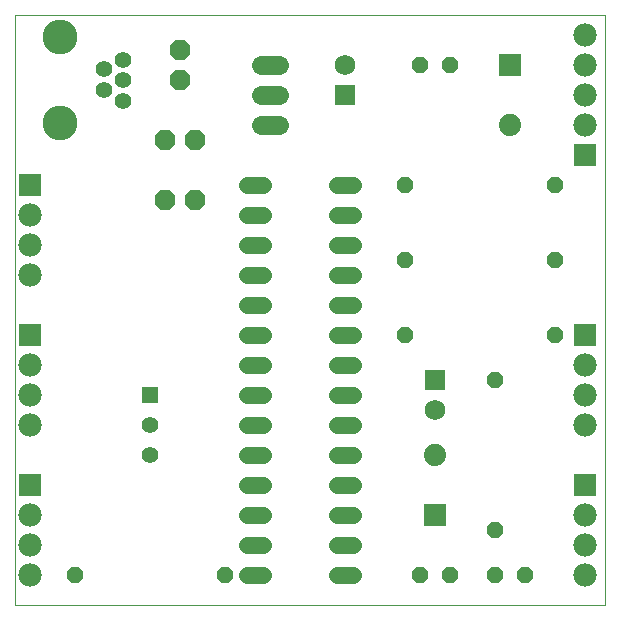
<source format=gbs>
G75*
G70*
%OFA0B0*%
%FSLAX24Y24*%
%IPPOS*%
%LPD*%
%AMOC8*
5,1,8,0,0,1.08239X$1,22.5*
%
%ADD10C,0.0000*%
%ADD11C,0.0560*%
%ADD12OC8,0.0560*%
%ADD13R,0.0780X0.0780*%
%ADD14C,0.0780*%
%ADD15R,0.0690X0.0690*%
%ADD16C,0.0690*%
%ADD17C,0.0555*%
%ADD18C,0.1162*%
%ADD19C,0.0640*%
%ADD20OC8,0.0670*%
%ADD21R,0.0555X0.0555*%
%ADD22R,0.0740X0.0740*%
%ADD23C,0.0740*%
D10*
X000181Y000181D02*
X000181Y019866D01*
X019866Y019866D01*
X019866Y000181D01*
X000181Y000181D01*
D11*
X007921Y001181D02*
X008441Y001181D01*
X008441Y002181D02*
X007921Y002181D01*
X007921Y003181D02*
X008441Y003181D01*
X008441Y004181D02*
X007921Y004181D01*
X007921Y005181D02*
X008441Y005181D01*
X008441Y006181D02*
X007921Y006181D01*
X007921Y007181D02*
X008441Y007181D01*
X008441Y008181D02*
X007921Y008181D01*
X007921Y009181D02*
X008441Y009181D01*
X008441Y010181D02*
X007921Y010181D01*
X007921Y011181D02*
X008441Y011181D01*
X008441Y012181D02*
X007921Y012181D01*
X007921Y013181D02*
X008441Y013181D01*
X008441Y014181D02*
X007921Y014181D01*
X010921Y014181D02*
X011441Y014181D01*
X011441Y013181D02*
X010921Y013181D01*
X010921Y012181D02*
X011441Y012181D01*
X011441Y011181D02*
X010921Y011181D01*
X010921Y010181D02*
X011441Y010181D01*
X011441Y009181D02*
X010921Y009181D01*
X010921Y008181D02*
X011441Y008181D01*
X011441Y007181D02*
X010921Y007181D01*
X010921Y006181D02*
X011441Y006181D01*
X011441Y005181D02*
X010921Y005181D01*
X010921Y004181D02*
X011441Y004181D01*
X011441Y003181D02*
X010921Y003181D01*
X010921Y002181D02*
X011441Y002181D01*
X011441Y001181D02*
X010921Y001181D01*
D12*
X013681Y001181D03*
X014681Y001181D03*
X016181Y001181D03*
X017181Y001181D03*
X016181Y002681D03*
X016181Y007681D03*
X018181Y009181D03*
X018181Y011681D03*
X018181Y014181D03*
X014681Y018181D03*
X013681Y018181D03*
X013181Y014181D03*
X013181Y011681D03*
X013181Y009181D03*
X007181Y001181D03*
X002181Y001181D03*
D13*
X000681Y004181D03*
X000681Y009181D03*
X000681Y014181D03*
X019181Y015181D03*
X019181Y009181D03*
X019181Y004181D03*
D14*
X019181Y003181D03*
X019181Y002181D03*
X019181Y001181D03*
X019181Y006181D03*
X019181Y007181D03*
X019181Y008181D03*
X019181Y016181D03*
X019181Y017181D03*
X019181Y018181D03*
X019181Y019181D03*
X000681Y013181D03*
X000681Y012181D03*
X000681Y011181D03*
X000681Y008181D03*
X000681Y007181D03*
X000681Y006181D03*
X000681Y003181D03*
X000681Y002181D03*
X000681Y001181D03*
D15*
X014181Y007681D03*
X011181Y017181D03*
D16*
X011181Y018181D03*
X014181Y006681D03*
D17*
X004681Y006181D03*
X004681Y005181D03*
X003781Y016981D03*
X003781Y017681D03*
X003781Y018351D03*
X003161Y018041D03*
X003161Y017351D03*
D18*
X001681Y016244D03*
X001681Y019118D03*
D19*
X008381Y018181D02*
X008981Y018181D01*
X008981Y017181D02*
X008381Y017181D01*
X008381Y016181D02*
X008981Y016181D01*
D20*
X006181Y015681D03*
X005181Y015681D03*
X005181Y013681D03*
X006181Y013681D03*
X005681Y017681D03*
X005681Y018681D03*
D21*
X004681Y007181D03*
D22*
X014181Y003181D03*
X016681Y018181D03*
D23*
X016681Y016181D03*
X014181Y005181D03*
M02*

</source>
